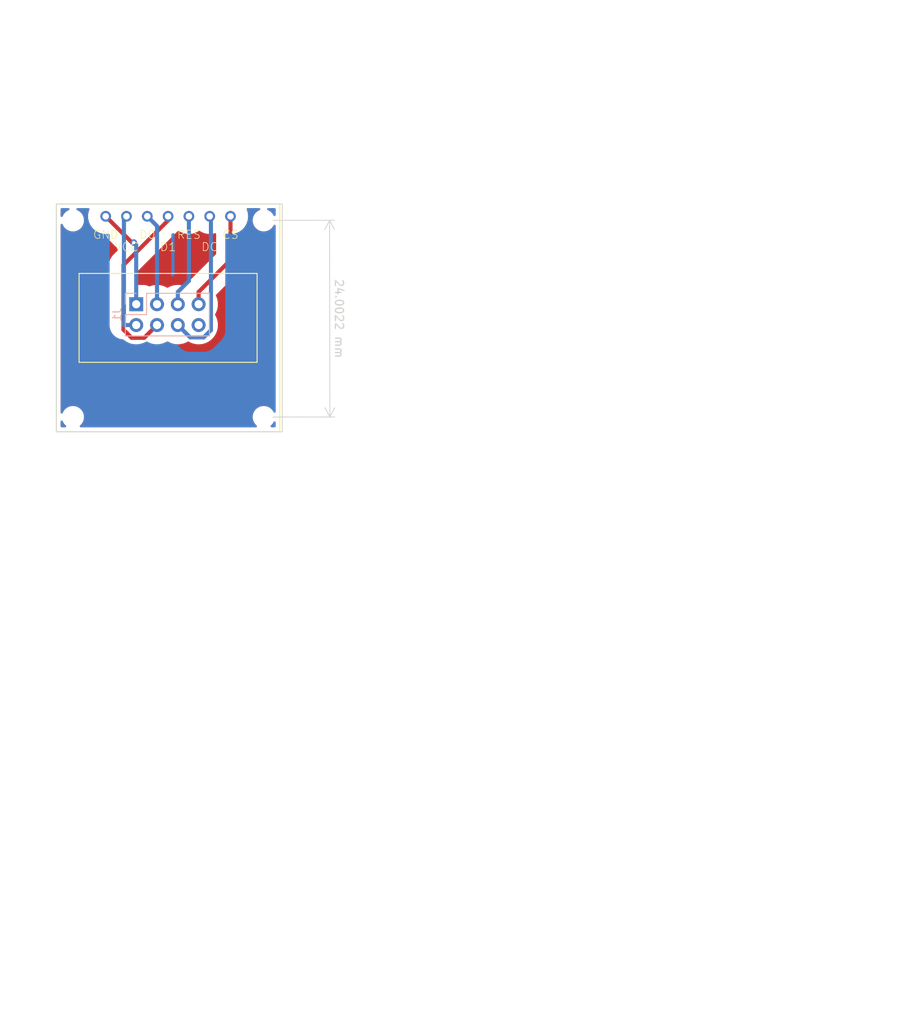
<source format=kicad_pcb>
(kicad_pcb (version 20221018) (generator pcbnew)
  (layers (0 "F.Cu" signal) (31 "B.Cu" signal) (34 "B.Paste" user) (35 "F.Paste" user) (36 "B.SilkS" user "B.Silkscreen") (37 "F.SilkS" user "F.Silkscreen") (38 "B.Mask" user) (39 "F.Mask" user) (44 "Edge.Cuts" user))
  (net 0 "")
  (net 2 "GND")
  (net 3 "+5V")
  (net 4 "D01")
  (net 5 "D11")
  (net 6 "RES1")
  (net 7 "DC1")
  (net 8 "CS1")
  (footprint "MountingHole:MountingHole_2.2mm_M2" (layer "F.Cu") (at 125.3 52)
    (fp_text reference "eeee1" hide)
    (fp_text value "MountingHole" hide)
    (pad "" np_thru_hole circle (at 0 0) (size 2.2 2.2) (drill 2.2) (layers "*.Cu" "*.Mask"))
  )
  (footprint "oled:oled-OLED_STANDARD" (layer "F.Cu") (at 113.62 63.8977)
    (fp_text reference "OLED1" hide)
    (fp_text value "OLED" hide)
    (fp_text user "VCC" (at -5.08 -8.65886) (layer "F.SilkS") (effects (font (size 1.016 1.016) (thickness 0.0762))))
    (fp_text user "DC" (at 5.08 -8.65886) (layer "F.SilkS") (effects (font (size 1.016 1.016) (thickness 0.0762))))
    (fp_text user "GND" (at -7.62 -10.16) (layer "F.SilkS") (effects (font (size 1.016 1.016) (thickness 0.0762))))
    (fp_text user "CS" (at 7.62 -10.16) (layer "F.SilkS") (effects (font (size 1.016 1.016) (thickness 0.0762))))
    (fp_text user "D0" (at -2.54 -10.16) (layer "F.SilkS") (effects (font (size 1.016 1.016) (thickness 0.0762))))
    (fp_text user "D1" (at 0 -8.65886) (layer "F.SilkS") (effects (font (size 1.016 1.016) (thickness 0.0762))))
    (fp_text user "RES" (at 2.54 -10.16) (layer "F.SilkS") (effects (font (size 1.016 1.016) (thickness 0.0762))))
    (fp_line (start -13.64996 -13.89888) (end -13.64996 13.89888) (stroke (width 0.127)) (layer "F.SilkS"))
    (fp_line (start -13.64996 13.89888) (end 13.64996 13.89888) (stroke (width 0.127)) (layer "F.SilkS"))
    (fp_line (start -10.8712 -5.4229) (end 10.8712 -5.4229) (stroke (width 0.127)) (layer "F.SilkS"))
    (fp_line (start -10.8712 5.4229) (end -10.8712 -5.4229) (stroke (width 0.127)) (layer "F.SilkS"))
    (fp_line (start 10.8712 -5.4229) (end 10.8712 5.4229) (stroke (width 0.127)) (layer "F.SilkS"))
    (fp_line (start 10.8712 5.4229) (end -10.8712 5.4229) (stroke (width 0.127)) (layer "F.SilkS"))
    (fp_line (start 13.64996 -13.89888) (end -13.64996 -13.89888) (stroke (width 0.127)) (layer "F.SilkS"))
    (fp_line (start 13.64996 13.89888) (end 13.64996 -13.89888) (stroke (width 0.127)) (layer "F.SilkS"))
    (fp_circle (center -11.64844 -11.8999) (end -11.64844 -12.89812) (stroke (width 0.127)) (fill none) (layer "F.SilkS"))
    (fp_circle (center -11.64844 12.09802) (end -11.64844 11.0998) (stroke (width 0.127)) (fill none) (layer "F.SilkS"))
    (fp_circle (center 11.64844 -11.8999) (end 11.64844 -12.89812) (stroke (width 0.127)) (fill none) (layer "F.SilkS"))
    (fp_circle (center 11.64844 12.09802) (end 11.64844 11.0998) (stroke (width 0.127)) (fill none) (layer "F.SilkS"))
    (pad "CS" thru_hole circle (at 7.62 -12.39774) (size 1.30556 1.30556) (drill 0.79756) (layers "*.Cu" "*.Paste" "*.Mask") (net 8 "CS1"))
    (pad "D0" thru_hole circle (at -2.54 -12.39774) (size 1.30556 1.30556) (drill 0.79756) (layers "*.Cu" "*.Paste" "*.Mask") (net 4 "D01"))
    (pad "D1" thru_hole circle (at 0 -12.39774) (size 1.30556 1.30556) (drill 0.79756) (layers "*.Cu" "*.Paste" "*.Mask") (net 5 "D11"))
    (pad "DC" thru_hole circle (at 5.08 -12.39774) (size 1.30556 1.30556) (drill 0.79756) (layers "*.Cu" "*.Paste" "*.Mask") (net 7 "DC1"))
    (pad "GND" thru_hole circle (at -7.62 -12.39774) (size 1.30556 1.30556) (drill 0.79756) (layers "*.Cu" "*.Paste" "*.Mask") (net 2 "GND"))
    (pad "RES" thru_hole circle (at 2.54 -12.39774) (size 1.30556 1.30556) (drill 0.79756) (layers "*.Cu" "*.Paste" "*.Mask") (net 6 "RES1"))
    (pad "VCC" thru_hole circle (at -5.08 -12.39774) (size 1.30556 1.30556) (drill 0.79756) (layers "*.Cu" "*.Paste" "*.Mask") (net 3 "+5V"))
  )
  (footprint "MountingHole:MountingHole_2.2mm_M2" (layer "F.Cu") (at 125.3 76)
    (fp_text reference "H4" hide)
    (fp_text value "MountingHole" hide)
    (pad "" np_thru_hole circle (at 0 0) (size 2.2 2.2) (drill 2.2) (layers "*.Cu" "*.Mask"))
  )
  (footprint "MountingHole:MountingHole_2.2mm_M2" (layer "F.Cu") (at 102 76)
    (fp_text reference "H3" hide)
    (fp_text value "MountingHole" hide)
    (pad "" np_thru_hole circle (at 0 0) (size 2.2 2.2) (drill 2.2) (layers "*.Cu" "*.Mask"))
  )
  (footprint "MountingHole:MountingHole_2.2mm_M2" (layer "F.Cu") (at 102 52)
    (fp_text reference "H1" hide)
    (fp_text value "MountingHole" hide)
    (pad "" np_thru_hole circle (at 0 0) (size 2.2 2.2) (drill 2.2) (layers "*.Cu" "*.Mask"))
  )
  (footprint "Connector_PinHeader_2.54mm:PinHeader_2x04_P2.54mm_Vertical" (layer "B.Cu") (at 109.728 62.23 -90)
    (fp_text reference "J1" (at 1.27 2.33 90) (layer "B.SilkS") (effects (justify mirror)))
    (fp_text value "~")
    (fp_line (start -1.33 -8.95) (end 3.87 -8.95) (stroke (width 0.12)) (layer "B.SilkS"))
    (fp_line (start -1.33 -1.27) (end -1.33 -8.95) (stroke (width 0.12)) (layer "B.SilkS"))
    (fp_line (start -1.33 -1.27) (end 1.27 -1.27) (stroke (width 0.12)) (layer "B.SilkS"))
    (fp_line (start -1.33 0) (end -1.33 1.33) (stroke (width 0.12)) (layer "B.SilkS"))
    (fp_line (start -1.33 1.33) (end 0 1.33) (stroke (width 0.12)) (layer "B.SilkS"))
    (fp_line (start 1.27 -1.27) (end 1.27 1.33) (stroke (width 0.12)) (layer "B.SilkS"))
    (fp_line (start 1.27 1.33) (end 3.87 1.33) (stroke (width 0.12)) (layer "B.SilkS"))
    (fp_line (start 3.87 1.33) (end 3.87 -8.95) (stroke (width 0.12)) (layer "B.SilkS"))
    (pad "1" thru_hole rect (at 0 0 270) (size 1.7 1.7) (drill 1) (layers "*.Cu" "*.Mask") (net 2 "GND"))
    (pad "2" thru_hole oval (at 2.54 0 270) (size 1.7 1.7) (drill 1) (layers "*.Cu" "*.Mask") (net 3 "+5V"))
    (pad "3" thru_hole oval (at 0 -2.54 270) (size 1.7 1.7) (drill 1) (layers "*.Cu" "*.Mask") (net 4 "D01"))
    (pad "4" thru_hole oval (at 2.54 -2.54 270) (size 1.7 1.7) (drill 1) (layers "*.Cu" "*.Mask") (net 5 "D11"))
    (pad "5" thru_hole oval (at 0 -5.08 270) (size 1.7 1.7) (drill 1) (layers "*.Cu" "*.Mask") (net 6 "RES1"))
    (pad "6" thru_hole oval (at 2.54 -5.08 270) (size 1.7 1.7) (drill 1) (layers "*.Cu" "*.Mask") (net 7 "DC1"))
    (pad "7" thru_hole oval (at 0 -7.62 270) (size 1.7 1.7) (drill 1) (layers "*.Cu" "*.Mask") (net 8 "CS1"))
    (pad "8" thru_hole oval (at 2.54 -7.62 270) (size 1.7 1.7) (drill 1) (layers "*.Cu" "*.Mask"))
  )
  (gr_rect (start 99.97 50) (end 127.57 77.8) (stroke (width 0.1)) (fill none) (layer "Edge.Cuts"))
  (dimension (type aligned) (layer "Edge.Cuts") (pts (xy 125.26844 51.9978) (xy 125.3 76)) (height -8.075496) (gr_text "24,0022 mm" (at 134.509708 63.98677 270.075337) (layer "Edge.Cuts") (effects (font (size 1 1) (thickness 0.15)))) (format (prefix "") (suffix "") (units 3) (units_format 1) (precision 4)) (style (thickness 0.1) (arrow_length 1.27) (text_position_mode 0) (extension_height 0.58642) (extension_offset 0.5) keep_text_aligned))
  (segment (start 106 51.5) (end 109.2087 54.7087) (width 0.5) (layer "F.Cu") (net 2))
  (segment (start 109.2087 54.7087) (end 109.4258 54.7087) (width 0.5) (layer "F.Cu") (net 2))
  (via (at 109.4258 54.7087) (size 0.8) (drill 0.4) (layers "F.Cu" "B.Cu") (net 2))
  (segment (start 109.728 55.0109) (end 109.728 62.23) (width 0.5) (layer "B.Cu") (net 2))
  (segment (start 109.4258 54.7087) (end 109.728 55.0109) (width 0.5) (layer "B.Cu") (net 2))
  (segment (start 108.2279 64.77) (end 108.2279 51.8121) (width 0.5) (layer "B.Cu") (net 3))
  (segment (start 109.728 64.77) (end 108.2279 64.77) (width 0.5) (layer "B.Cu") (net 3))
  (segment (start 108.2279 51.8121) (end 108.54 51.5) (width 0.5) (layer "B.Cu") (net 3))
  (segment (start 112.268 62.23) (end 112.268 52.688) (width 0.5) (layer "B.Cu") (net 4))
  (segment (start 112.268 52.688) (end 111.08 51.5) (width 0.5) (layer "B.Cu") (net 4))
  (segment (start 108.171 57.4486) (end 113.62 51.9996) (width 0.5) (layer "F.Cu") (net 5))
  (segment (start 108.171 65.3387) (end 108.171 57.4486) (width 0.5) (layer "F.Cu") (net 5))
  (segment (start 109.1633 66.331) (end 108.171 65.3387) (width 0.5) (layer "F.Cu") (net 5))
  (segment (start 113.62 51.9996) (end 113.62 51.5) (width 0.5) (layer "F.Cu") (net 5))
  (segment (start 112.268 64.77) (end 110.707 66.331) (width 0.5) (layer "F.Cu") (net 5))
  (segment (start 110.707 66.331) (end 109.1633 66.331) (width 0.5) (layer "F.Cu") (net 5))
  (segment (start 114.808 62.23) (end 114.808 60.7299) (width 0.5) (layer "B.Cu") (net 6))
  (segment (start 116.16 59.3779) (end 114.808 60.7299) (width 0.5) (layer "B.Cu") (net 6))
  (segment (start 116.16 51.5) (end 116.16 59.3779) (width 0.5) (layer "B.Cu") (net 6))
  (segment (start 114.808 64.77) (end 116.3166 66.2786) (width 0.5) (layer "B.Cu") (net 7))
  (segment (start 117.9751 66.2786) (end 118.8518 65.4019) (width 0.5) (layer "B.Cu") (net 7))
  (segment (start 116.3166 66.2786) (end 117.9751 66.2786) (width 0.5) (layer "B.Cu") (net 7))
  (segment (start 118.8518 51.6518) (end 118.7 51.5) (width 0.5) (layer "B.Cu") (net 7))
  (segment (start 118.8518 65.4019) (end 118.8518 51.6518) (width 0.5) (layer "B.Cu") (net 7))
  (segment (start 117.348 62.23) (end 117.348 60.7299) (width 0.5) (layer "F.Cu") (net 8))
  (segment (start 121.24 51.5) (end 121.24 56.8379) (width 0.5) (layer "F.Cu") (net 8))
  (segment (start 121.24 56.8379) (end 117.348 60.7299) (width 0.5) (layer "F.Cu") (net 8))
  (zone (net 0) (net_name "") (layers "F&B.Cu") (connect_pads (clearance 1.5)) (min_thickness 0.254) (fill yes (thermal_gap 0.508) (thermal_bridge_width 0.508) (island_removal_mode 1) (island_area_min 10))
    (polygon (pts (xy 126.75 77.25) (xy 100.5 77.25) (xy 100.5 50.5) (xy 126.75 50.5)))
  )
)
</source>
